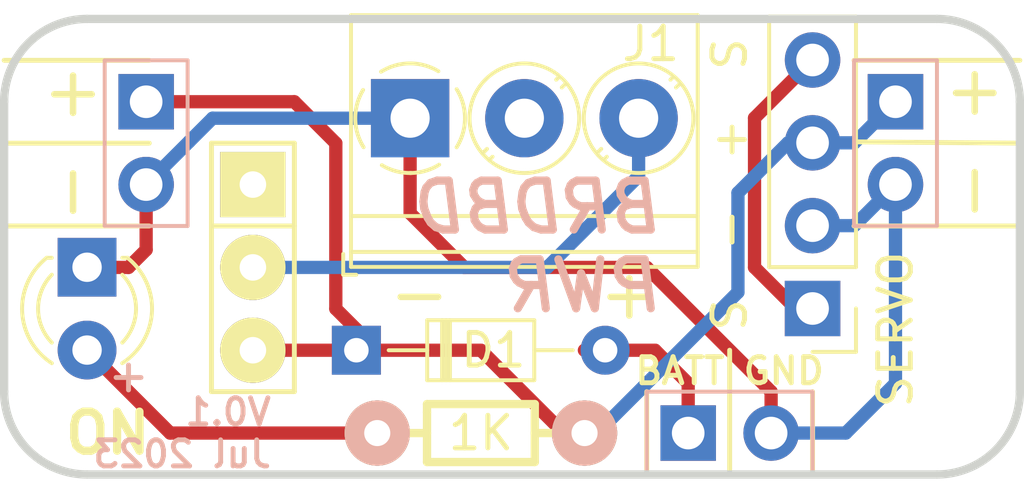
<source format=kicad_pcb>
(kicad_pcb (version 20211014) (generator pcbnew)
  (title_block (title "Rpi Pico Robot Board") (date "2023-06-18") (rev "0.0") (company "www.MakersBox.us") (comment 1 "K. Olsen"))
  (layers (0 "F.Cu" signal) (31 "B.Cu" signal) (34 "B.Paste" user) (35 "F.Paste" user) (36 "B.SilkS" user "B.Silkscreen") (37 "F.SilkS" user "F.Silkscreen") (38 "B.Mask" user) (39 "F.Mask" user) (44 "Edge.Cuts" user))
  (net 0 "")
  (net 1 "GND")
  (net 3 "Net-(J4-Pad1)")
  (net 4 "+BATT")
  (net 5 "Net-(D2-Pad2)")
  (net 7 "Net-(J1-Pad3)")
  (net 8 "Net-(J5-Pad1)")
  (footprint "Connector_PinHeader_2.54mm:PinHeader_1x04_P2.54mm_Vertical" (layer "F.Cu") (at 129.54 109.21 180)
    (fp_text reference "J5" hide)
    (fp_text value "SERVO")
    (fp_line (start -1.33 0) (end -1.33 -1.33) (layer "F.SilkS") (width 0.12))
    (fp_line (start -1.33 8.95) (end 1.33 8.95) (layer "F.SilkS") (width 0.12))
    (fp_line (start -1.33 1.27) (end -1.33 8.95) (layer "F.SilkS") (width 0.12))
    (fp_line (start -1.33 -1.33) (end 0 -1.33) (layer "F.SilkS") (width 0.12))
    (fp_line (start -1.33 1.27) (end 1.33 1.27) (layer "F.SilkS") (width 0.12))
    (fp_line (start 1.33 1.27) (end 1.33 8.95) (layer "F.SilkS") (width 0.12))
    (pad "1" thru_hole rect (at 0 0 180) (size 1.7 1.7) (drill 1) (layers *.Cu *.Mask) (net 8 "Net-(J5-Pad1)"))
    (pad "2" thru_hole oval (at 0 2.54 180) (size 1.7 1.7) (drill 1) (layers *.Cu *.Mask) (net 1 "GND"))
    (pad "3" thru_hole oval (at 0 5.08 180) (size 1.7 1.7) (drill 1) (layers *.Cu *.Mask) (net 4 "+BATT"))
    (pad "4" thru_hole oval (at 0 7.62 180) (size 1.7 1.7) (drill 1) (layers *.Cu *.Mask) (net 8 "Net-(J5-Pad1)"))
  )
  (footprint "Diode_THT:D_DO-34_SOD68_P7.62mm_Horizontal" (layer "F.Cu") (at 115.565 110.49)
    (fp_text reference "D1" (at 4.196 0) (layer "F.SilkS"))
    (fp_text value "1N4001")
    (fp_line (start 5.45 -0.92) (end 2.17 -0.92) (layer "F.SilkS") (width 0.12))
    (fp_line (start 2.746 -0.92) (end 2.746 0.92) (layer "F.SilkS") (width 0.12))
    (fp_line (start 2.17 0.92) (end 5.45 0.92) (layer "F.SilkS") (width 0.12))
    (fp_line (start 2.17 -0.92) (end 2.17 0.92) (layer "F.SilkS") (width 0.12))
    (fp_line (start 6.63 0) (end 5.45 0) (layer "F.SilkS") (width 0.12))
    (fp_line (start 0.99 0) (end 2.17 0) (layer "F.SilkS") (width 0.12))
    (fp_line (start 2.866 -0.92) (end 2.866 0.92) (layer "F.SilkS") (width 0.12))
    (fp_line (start 5.45 0.92) (end 5.45 -0.92) (layer "F.SilkS") (width 0.12))
    (fp_line (start 2.626 -0.92) (end 2.626 0.92) (layer "F.SilkS") (width 0.12))
    (pad "1" thru_hole rect (at 0 0) (size 1.5 1.5) (drill 0.75) (layers *.Cu *.Mask) (net 4 "+BATT"))
    (pad "2" thru_hole oval (at 7.62 0) (size 1.5 1.5) (drill 0.75) (layers *.Cu *.Mask) (net 3 "Net-(J4-Pad1)"))
  )
  (footprint "TerminalBlock_Phoenix:TerminalBlock_Phoenix_PT-1,5-3-3.5-H_1x03_P3.50mm_Horizontal" (layer "F.Cu") (at 117.211207 103.375)
    (fp_text reference "J1" (at 7.37133 -2.28) (layer "F.SilkS"))
    (fp_text value "Batt")
    (fp_line (start -1.81 -3.16) (end 8.81 -3.16) (layer "F.SilkS") (width 0.12))
    (fp_line (start -2.05 4.16) (end -2.05 4.8) (layer "F.SilkS") (width 0.12))
    (fp_line (start 6.025 1.181) (end 5.931 1.274) (layer "F.SilkS") (width 0.12))
    (fp_line (start 2.525 1.181) (end 2.431 1.274) (layer "F.SilkS") (width 0.12))
    (fp_line (start 2.355 0.941) (end 2.226 1.069) (layer "F.SilkS") (width 0.12))
    (fp_line (start -2.05 4.8) (end -1.65 4.8) (layer "F.SilkS") (width 0.12))
    (fp_line (start -1.81 -3.16) (end -1.81 4.56) (layer "F.SilkS") (width 0.12))
    (fp_line (start 5.855 0.941) (end 5.726 1.069) (layer "F.SilkS") (width 0.12))
    (fp_line (start -1.81 4.56) (end 8.81 4.56) (layer "F.SilkS") (width 0.12))
    (fp_line (start -1.81 3) (end 8.81 3) (layer "F.SilkS") (width 0.12))
    (fp_line (start 8.275 -1.069) (end 8.146 -0.941) (layer "F.SilkS") (width 0.12))
    (fp_line (start 4.775 -1.069) (end 4.646 -0.941) (layer "F.SilkS") (width 0.12))
    (fp_line (start 8.81 -3.16) (end 8.81 4.56) (layer "F.SilkS") (width 0.12))
    (fp_line (start -1.81 4.1) (end 8.81 4.1) (layer "F.SilkS") (width 0.12))
    (fp_line (start 4.57 -1.275) (end 4.476 -1.181) (layer "F.SilkS") (width 0.12))
    (fp_line (start 8.07 -1.275) (end 7.976 -1.181) (layer "F.SilkS") (width 0.12))
    (fp_arc (start 0.890264 1.424721) (mid 0.463071 1.61492) (end 0 1.68) (layer "F.SilkS") (width 0.12))
    (fp_arc (start -1.425358 0.889894) (mid -1.680286 0.014012) (end -1.44 -0.866) (layer "F.SilkS") (width 0.12))
    (fp_arc (start -0.889894 -1.425358) (mid -0.014012 -1.680286) (end 0.866 -1.44) (layer "F.SilkS") (width 0.12))
    (fp_arc (start 1.425504 -0.890193) (mid 1.680626 0.000476) (end 1.425 0.891) (layer "F.SilkS") (width 0.12))
    (fp_arc (start 0.028674 1.680099) (mid -0.435535 1.622918) (end -0.866 1.44) (layer "F.SilkS") (width 0.12))
    (fp_circle (center 7 0) (end 8.68 0) (layer "F.SilkS") (width 0.12) (fill none))
    (fp_circle (center 3.5 0) (end 5.18 0) (layer "F.SilkS") (width 0.12) (fill none))
    (pad "1" thru_hole rect (at 0 0) (size 2.4 2.4) (drill 1.2) (layers *.Cu *.Mask) (net 1 "GND"))
    (pad "2" thru_hole circle (at 3.5 0) (size 2.4 2.4) (drill 1.2) (layers *.Cu *.Mask))
    (pad "3" thru_hole circle (at 7 0) (size 2.4 2.4) (drill 1.2) (layers *.Cu *.Mask) (net 7 "Net-(J1-Pad3)"))
  )
  (footprint "LED_THT:LED_D3.0mm" (layer "F.Cu") (at 107.315 107.945 -90)
    (fp_text reference "D2" hide)
    (fp_text value "IR LED")
    (fp_line (start -0.29 -1.236) (end -0.29 -1.08) (layer "F.SilkS") (width 0.12))
    (fp_line (start -0.29 1.08) (end -0.29 1.236) (layer "F.SilkS") (width 0.12))
    (fp_arc (start -0.29 -1.235516) (mid 1.366487 -1.987659) (end 2.942335 -1.078608) (layer "F.SilkS") (width 0.12))
    (fp_arc (start 0.229039 -1.08) (mid 1.270117 -1.5) (end 2.31113 -1.079837) (layer "F.SilkS") (width 0.12))
    (fp_arc (start 2.31113 1.079837) (mid 1.270117 1.5) (end 0.229039 1.08) (layer "F.SilkS") (width 0.12))
    (fp_arc (start 2.942335 1.078608) (mid 1.366487 1.987659) (end -0.29 1.235516) (layer "F.SilkS") (width 0.12))
    (pad "1" thru_hole rect (at 0 0 270) (size 1.8 1.8) (drill 0.9) (layers *.Cu *.Mask) (net 1 "GND"))
    (pad "2" thru_hole circle (at 2.54 0 270) (size 1.8 1.8) (drill 0.9) (layers *.Cu *.Mask) (net 5 "Net-(D2-Pad2)"))
  )
  (footprint "footprints:Resistor_Horz" (layer "F.Cu") (at 119.38 113.03 180)
    (fp_text reference "R2")
    (fp_text value "1K" (at 0 0) (layer "F.SilkS"))
    (fp_line (start 1.651 0.889) (end -1.651 0.889) (layer "F.SilkS") (width 0.254))
    (fp_line (start 1.651 -0.889) (end 1.651 0.635) (layer "F.SilkS") (width 0.254))
    (fp_line (start 1.651 0.889) (end 1.651 0.635) (layer "F.SilkS") (width 0.254))
    (fp_line (start -1.651 -0.889) (end 1.651 -0.889) (layer "F.SilkS") (width 0.254))
    (fp_line (start -1.651 0.889) (end -1.651 -0.889) (layer "F.SilkS") (width 0.254))
    (fp_line (start -1.651 0) (end -2.413 0) (layer "F.SilkS") (width 0.254))
    (fp_line (start 1.651 0) (end 2.413 0) (layer "F.SilkS") (width 0.254))
    (pad "1" thru_hole circle (at -3.175 0 180) (size 1.99898 1.99898) (drill 0.8) (layers *.Cu *.SilkS *.Mask) (net 4 "+BATT"))
    (pad "2" thru_hole circle (at 3.175 0 180) (size 1.99898 1.99898) (drill 0.8) (layers *.Cu *.SilkS *.Mask) (net 5 "Net-(D2-Pad2)"))
  )
  (footprint "footprints:SW_Micro_SPST" (layer "F.Cu") (at 112.395 107.95 -90)
    (fp_text reference "SW1" hide)
    (fp_text value "PWR")
    (fp_line (start -1.27 -1.27) (end -1.27 1.27) (layer "F.SilkS") (width 0.15))
    (fp_line (start 3.81 1.27) (end -3.81 1.27) (layer "F.SilkS") (width 0.15))
    (fp_line (start 3.81 -1.27) (end 3.81 1.27) (layer "F.SilkS") (width 0.15))
    (fp_line (start -3.81 -1.27) (end 3.81 -1.27) (layer "F.SilkS") (width 0.15))
    (fp_line (start -3.81 1.27) (end -3.81 -1.27) (layer "F.SilkS") (width 0.15))
    (pad "1" thru_hole rect (at -2.54 0 270) (size 2 2) (drill 0.8128) (layers *.Cu *.Mask "F.SilkS"))
    (pad "2" thru_hole circle (at 0 0 270) (size 2 2) (drill 0.8128) (layers *.Cu *.Mask "F.SilkS") (net 7 "Net-(J1-Pad3)"))
    (pad "3" thru_hole circle (at 2.54 0 270) (size 2 2) (drill 0.8128) (layers *.Cu *.Mask "F.SilkS") (net 4 "+BATT"))
  )
  (footprint "footprints:PinHeader_1x02_P2.54mm_Vertical" (layer "B.Cu") (at 132.08 102.87 180)
    (fp_text reference "J3" hide)
    (fp_text value "Rail")
    (fp_line (start -1.27 1.27) (end 1.27 1.27) (layer "B.SilkS") (width 0.12))
    (fp_line (start 1.27 1.27) (end 1.27 -3.81) (layer "B.SilkS") (width 0.12))
    (fp_line (start -1.27 -3.81) (end -1.27 1.27) (layer "B.SilkS") (width 0.12))
    (fp_line (start 1.27 -3.81) (end -1.27 -3.81) (layer "B.SilkS") (width 0.12))
    (pad "1" thru_hole rect (at 0 0 180) (size 1.7 1.7) (drill 1) (layers *.Cu *.Mask) (net 4 "+BATT"))
    (pad "2" thru_hole oval (at 0 -2.54 180) (size 1.7 1.7) (drill 1) (layers *.Cu *.Mask) (net 1 "GND"))
  )
  (footprint "footprints:PinHeader_1x02_P2.54mm_Vertical" (layer "B.Cu") (at 125.73 113.03 -90)
    (fp_text reference "J4" hide)
    (fp_text value "Micro")
    (fp_line (start -1.27 1.27) (end 1.27 1.27) (layer "B.SilkS") (width 0.12))
    (fp_line (start -1.27 -3.81) (end -1.27 1.27) (layer "B.SilkS") (width 0.12))
    (fp_line (start 1.27 1.27) (end 1.27 -3.81) (layer "B.SilkS") (width 0.12))
    (fp_line (start 1.27 -3.81) (end -1.27 -3.81) (layer "B.SilkS") (width 0.12))
    (pad "1" thru_hole rect (at 0 0 270) (size 1.7 1.7) (drill 1) (layers *.Cu *.Mask) (net 3 "Net-(J4-Pad1)"))
    (pad "2" thru_hole oval (at 0 -2.54 270) (size 1.7 1.7) (drill 1) (layers *.Cu *.Mask) (net 1 "GND"))
  )
  (footprint "footprints:PinHeader_1x02_P2.54mm_Vertical" (layer "B.Cu") (at 109.125 102.87 180)
    (fp_text reference "J2" hide)
    (fp_text value "Rail")
    (fp_line (start -1.27 1.27) (end 1.27 1.27) (layer "B.SilkS") (width 0.12))
    (fp_line (start 1.27 -3.81) (end -1.27 -3.81) (layer "B.SilkS") (width 0.12))
    (fp_line (start 1.27 1.27) (end 1.27 -3.81) (layer "B.SilkS") (width 0.12))
    (fp_line (start -1.27 -3.81) (end -1.27 1.27) (layer "B.SilkS") (width 0.12))
    (pad "1" thru_hole rect (at 0 0 180) (size 1.7 1.7) (drill 1) (layers *.Cu *.Mask) (net 4 "+BATT"))
    (pad "2" thru_hole oval (at 0 -2.54 180) (size 1.7 1.7) (drill 1) (layers *.Cu *.Mask) (net 1 "GND"))
  )
  (gr_line (start 104.775 101.6) (end 109.22 101.6) (layer "F.SilkS") (width 0.15))
  (gr_line (start 104.775 106.68) (end 109.22 106.68) (layer "F.SilkS") (width 0.15))
  (gr_line (start 130.81 101.6) (end 135.89 101.6) (layer "F.SilkS") (width 0.15))
  (gr_line (start 130.81 106.68) (end 135.89 106.68) (layer "F.SilkS") (width 0.15))
  (gr_line (start 129.54 111.76) (end 129.54 114.3) (layer "F.SilkS") (width 0.15))
  (gr_line (start 104.775 104.14) (end 109.22 104.14) (layer "F.SilkS") (width 0.15))
  (gr_line (start 124.46 111.76) (end 124.46 114.3) (layer "F.SilkS") (width 0.15))
  (gr_line (start 130.87 104.1) (end 135.89 104.14) (layer "F.SilkS") (width 0.15))
  (gr_line (start 127 110.49) (end 127 114.3) (layer "F.SilkS") (width 0.15))
  (gr_line (start 107.315 114.3) (end 133.35 114.3) (layer "Edge.Cuts") (width 0.254))
  (gr_line (start 104.775 102.87) (end 104.775 111.76) (layer "Edge.Cuts") (width 0.254))
  (gr_line (start 107.315 100.33) (end 133.35 100.33) (layer "Edge.Cuts") (width 0.254))
  (gr_arc (start 135.89 111.76) (mid 135.146051 113.556051) (end 133.35 114.3) (layer "Edge.Cuts") (width 0.254))
  (gr_arc (start 133.35 100.33) (mid 135.146051 101.073949) (end 135.89 102.87) (layer "Edge.Cuts") (width 0.254))
  (gr_arc (start 107.315 114.3) (mid 105.518949 113.556051) (end 104.775 111.76) (layer "Edge.Cuts") (width 0.254))
  (gr_arc (start 104.775 102.87) (mid 105.518949 101.073949) (end 107.315 100.33) (layer "Edge.Cuts") (width 0.254))
  (gr_line (start 135.89 111.76) (end 135.89 102.87) (layer "Edge.Cuts") (width 0.254))
  (gr_text "+" (at 108.585 111.252) (layer "B.SilkS") (effects (font (size 1 1)) (justify mirror)))
  (gr_text "V0.1\nJul 2023" (at 113.03 113.03) (layer "B.SilkS") (effects (font (size 0.8 0.8)) (justify left mirror)))
  (gr_text "BRDBD\nPWR" (at 125.095 107.315) (layer "B.SilkS") (effects (font (size 1.5 1.5) (thickness 0.25) italic) (justify left mirror)))
  (gr_text "SERVO" (at 132.08 109.855 90) (layer "F.SilkS") (effects (font (size 1 1))))
  (gr_text "BATT GND" (at 127 111.125) (layer "F.SilkS") (effects (font (size 0.8 0.8))))
  (gr_text "ON" (at 107.95 113.03) (layer "F.SilkS") (effects (font (size 1.2 1.2) (thickness 0.25))))
  (gr_text "S  -  +  S" (at 127 105.41 90) (layer "F.SilkS") (effects (font (size 1 1))))
  (gr_text "+    -" (at 120.711207 108.966 180) (layer "F.SilkS") (effects (font (size 1.5 1.5) (thickness 0.2))))
  (gr_text "+ -" (at 134.62 104.1 270) (layer "F.SilkS") (effects (font (size 1.5 1.5) (thickness 0.2))))
  (gr_text "+ -" (at 106.9975 104.14 270) (layer "F.SilkS") (effects (font (size 1.5 1.5) (thickness 0.2))))
  (segment (start 108.585 107.95) (end 107.32 107.95) (width 0.4064) (layer "F.Cu") (net 1))
  (segment (start 118.872 107.95) (end 117.211207 106.289207) (width 0.4064) (layer "F.Cu") (net 1))
  (segment (start 109.125 105.41) (end 109.125 107.41) (width 0.4064) (layer "F.Cu") (net 1))
  (segment (start 124.46 107.95) (end 118.872 107.95) (width 0.4064) (layer "F.Cu") (net 1))
  (segment (start 109.125 107.41) (end 108.585 107.95) (width 0.4064) (layer "F.Cu") (net 1))
  (segment (start 128.27 113.03) (end 128.27 111.76) (width 0.4064) (layer "F.Cu") (net 1))
  (segment (start 128.27 111.76) (end 124.46 107.95) (width 0.4064) (layer "F.Cu") (net 1))
  (segment (start 117.211207 106.289207) (end 117.211207 103.375) (width 0.4064) (layer "F.Cu") (net 1))
  (segment (start 107.32 107.95) (end 107.315 107.945) (width 0.4064) (layer "F.Cu") (net 1))
  (segment (start 129.54 106.67) (end 130.82 106.67) (width 0.4064) (layer "B.Cu") (net 1))
  (segment (start 111.16 103.375) (end 110.4425 104.0925) (width 0.4064) (layer "B.Cu") (net 1))
  (segment (start 109.125 105.41) (end 110.4425 104.0925) (width 0.4064) (layer "B.Cu") (net 1))
  (segment (start 130.556 113.03) (end 132.08 111.506) (width 0.4064) (layer "B.Cu") (net 1))
  (segment (start 130.82 106.67) (end 132.08 105.41) (width 0.4064) (layer "B.Cu") (net 1))
  (segment (start 128.27 113.03) (end 130.556 113.03) (width 0.4064) (layer "B.Cu") (net 1))
  (segment (start 132.08 111.506) (end 132.08 105.41) (width 0.4064) (layer "B.Cu") (net 1))
  (segment (start 117.211207 103.375) (end 111.16 103.375) (width 0.4064) (layer "B.Cu") (net 1))
  (segment (start 125.73 111.506) (end 124.714 110.49) (width 0.4064) (layer "F.Cu") (net 3))
  (segment (start 125.73 113.03) (end 125.73 111.506) (width 0.4064) (layer "F.Cu") (net 3))
  (segment (start 124.714 110.49) (end 122.55 110.49) (width 0.4064) (layer "F.Cu") (net 3))
  (segment (start 121.92 113.03) (end 119.38 110.49) (width 0.4064) (layer "F.Cu") (net 4))
  (segment (start 109.22 103.505) (end 109.855 102.87) (width 0.4064) (layer "F.Cu") (net 4))
  (segment (start 113.665 102.87) (end 114.935 104.14) (width 0.4064) (layer "F.Cu") (net 4))
  (segment (start 109.125 102.87) (end 113.665 102.87) (width 0.4064) (layer "F.Cu") (net 4))
  (segment (start 114.935 109.22) (end 115.565 109.85) (width 0.4064) (layer "F.Cu") (net 4))
  (segment (start 115.565 109.85) (end 115.565 110.49) (width 0.4064) (layer "F.Cu") (net 4))
  (segment (start 119.38 110.49) (end 114.93 110.49) (width 0.4064) (layer "F.Cu") (net 4))
  (segment (start 114.935 104.14) (end 114.935 109.22) (width 0.4064) (layer "F.Cu") (net 4))
  (segment (start 115.565 110.49) (end 112.395 110.49) (width 0.4064) (layer "F.Cu") (net 4))
  (segment (start 122.936 113.03) (end 127.254 108.712) (width 0.4064) (layer "B.Cu") (net 4))
  (segment (start 128.788 104.13) (end 129.54 104.13) (width 0.4064) (layer "B.Cu") (net 4))
  (segment (start 129.54 104.13) (end 130.82 104.13) (width 0.4064) (layer "B.Cu") (net 4))
  (segment (start 127.254 105.664) (end 128.788 104.13) (width 0.4064) (layer "B.Cu") (net 4))
  (segment (start 121.92 113.03) (end 122.936 113.03) (width 0.4064) (layer "B.Cu") (net 4))
  (segment (start 130.82 104.13) (end 132.08 102.87) (width 0.4064) (layer "B.Cu") (net 4))
  (segment (start 127.254 108.712) (end 127.254 105.664) (width 0.4064) (layer "B.Cu") (net 4))
  (segment (start 116.205 113.03) (end 109.86 113.03) (width 0.4064) (layer "F.Cu") (net 5))
  (segment (start 109.86 113.03) (end 107.315 110.485) (width 0.4064) (layer "F.Cu") (net 5))
  (segment (start 121.412 107.95) (end 124.211207 105.150793) (width 0.4064) (layer "B.Cu") (net 7))
  (segment (start 124.211207 105.150793) (end 124.211207 103.375) (width 0.4064) (layer "B.Cu") (net 7))
  (segment (start 121.412 107.95) (end 112.395 107.95) (width 0.4064) (layer "B.Cu") (net 7))
  (segment (start 127.762 103.368) (end 127.762 107.95) (width 0.4064) (layer "F.Cu") (net 8))
  (segment (start 129.022 109.21) (end 129.54 109.21) (width 0.4064) (layer "F.Cu") (net 8))
  (segment (start 127.762 107.95) (end 129.022 109.21) (width 0.4064) (layer "F.Cu") (net 8))
  (segment (start 129.54 101.59) (end 127.762 103.368) (width 0.4064) (layer "F.Cu") (net 8))
)
</source>
